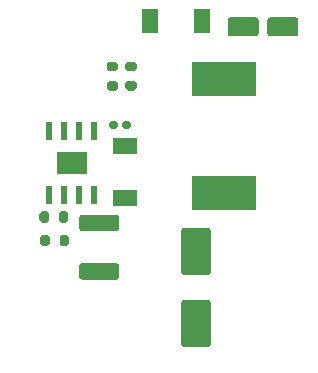
<source format=gtp>
G04 #@! TF.GenerationSoftware,KiCad,Pcbnew,5.1.10-88a1d61d58~90~ubuntu20.04.1*
G04 #@! TF.CreationDate,2021-10-22T15:45:46-05:00*
G04 #@! TF.ProjectId,power-share,706f7765-722d-4736-9861-72652e6b6963,rev?*
G04 #@! TF.SameCoordinates,Original*
G04 #@! TF.FileFunction,Paste,Top*
G04 #@! TF.FilePolarity,Positive*
%FSLAX46Y46*%
G04 Gerber Fmt 4.6, Leading zero omitted, Abs format (unit mm)*
G04 Created by KiCad (PCBNEW 5.1.10-88a1d61d58~90~ubuntu20.04.1) date 2021-10-22 15:45:46*
%MOMM*%
%LPD*%
G01*
G04 APERTURE LIST*
%ADD10R,2.600000X1.910000*%
%ADD11R,0.600000X1.550000*%
%ADD12R,5.400000X2.900000*%
%ADD13R,1.400000X2.100000*%
%ADD14R,2.100000X1.400000*%
G04 APERTURE END LIST*
D10*
X89000000Y-118500000D03*
D11*
X87095000Y-115800000D03*
X87095000Y-121200000D03*
X88365000Y-115800000D03*
X88365000Y-121200000D03*
X89635000Y-115800000D03*
X89635000Y-121200000D03*
X90905000Y-115800000D03*
X90905000Y-121200000D03*
D12*
X101900000Y-121100000D03*
X101900000Y-111400000D03*
G36*
G01*
X92867500Y-115145000D02*
X92867500Y-115455000D01*
G75*
G02*
X92712500Y-115610000I-155000J0D01*
G01*
X92287500Y-115610000D01*
G75*
G02*
X92132500Y-115455000I0J155000D01*
G01*
X92132500Y-115145000D01*
G75*
G02*
X92287500Y-114990000I155000J0D01*
G01*
X92712500Y-114990000D01*
G75*
G02*
X92867500Y-115145000I0J-155000D01*
G01*
G37*
G36*
G01*
X94002500Y-115145000D02*
X94002500Y-115455000D01*
G75*
G02*
X93847500Y-115610000I-155000J0D01*
G01*
X93422500Y-115610000D01*
G75*
G02*
X93267500Y-115455000I0J155000D01*
G01*
X93267500Y-115145000D01*
G75*
G02*
X93422500Y-114990000I155000J0D01*
G01*
X93847500Y-114990000D01*
G75*
G02*
X94002500Y-115145000I0J-155000D01*
G01*
G37*
G36*
G01*
X89849999Y-127000000D02*
X92750001Y-127000000D01*
G75*
G02*
X93000000Y-127249999I0J-249999D01*
G01*
X93000000Y-128150001D01*
G75*
G02*
X92750001Y-128400000I-249999J0D01*
G01*
X89849999Y-128400000D01*
G75*
G02*
X89600000Y-128150001I0J249999D01*
G01*
X89600000Y-127249999D01*
G75*
G02*
X89849999Y-127000000I249999J0D01*
G01*
G37*
G36*
G01*
X89849999Y-122900000D02*
X92750001Y-122900000D01*
G75*
G02*
X93000000Y-123149999I0J-249999D01*
G01*
X93000000Y-124050001D01*
G75*
G02*
X92750001Y-124300000I-249999J0D01*
G01*
X89849999Y-124300000D01*
G75*
G02*
X89600000Y-124050001I0J249999D01*
G01*
X89600000Y-123149999D01*
G75*
G02*
X89849999Y-122900000I249999J0D01*
G01*
G37*
G36*
G01*
X98500000Y-130100000D02*
X100500000Y-130100000D01*
G75*
G02*
X100750000Y-130350000I0J-250000D01*
G01*
X100750000Y-133850000D01*
G75*
G02*
X100500000Y-134100000I-250000J0D01*
G01*
X98500000Y-134100000D01*
G75*
G02*
X98250000Y-133850000I0J250000D01*
G01*
X98250000Y-130350000D01*
G75*
G02*
X98500000Y-130100000I250000J0D01*
G01*
G37*
G36*
G01*
X98500000Y-124000000D02*
X100500000Y-124000000D01*
G75*
G02*
X100750000Y-124250000I0J-250000D01*
G01*
X100750000Y-127750000D01*
G75*
G02*
X100500000Y-128000000I-250000J0D01*
G01*
X98500000Y-128000000D01*
G75*
G02*
X98250000Y-127750000I0J250000D01*
G01*
X98250000Y-124250000D01*
G75*
G02*
X98500000Y-124000000I250000J0D01*
G01*
G37*
G36*
G01*
X92675000Y-110750000D02*
X92125000Y-110750000D01*
G75*
G02*
X91925000Y-110550000I0J200000D01*
G01*
X91925000Y-110150000D01*
G75*
G02*
X92125000Y-109950000I200000J0D01*
G01*
X92675000Y-109950000D01*
G75*
G02*
X92875000Y-110150000I0J-200000D01*
G01*
X92875000Y-110550000D01*
G75*
G02*
X92675000Y-110750000I-200000J0D01*
G01*
G37*
G36*
G01*
X92675000Y-112400000D02*
X92125000Y-112400000D01*
G75*
G02*
X91925000Y-112200000I0J200000D01*
G01*
X91925000Y-111800000D01*
G75*
G02*
X92125000Y-111600000I200000J0D01*
G01*
X92675000Y-111600000D01*
G75*
G02*
X92875000Y-111800000I0J-200000D01*
G01*
X92875000Y-112200000D01*
G75*
G02*
X92675000Y-112400000I-200000J0D01*
G01*
G37*
G36*
G01*
X93725000Y-111600000D02*
X94275000Y-111600000D01*
G75*
G02*
X94475000Y-111800000I0J-200000D01*
G01*
X94475000Y-112200000D01*
G75*
G02*
X94275000Y-112400000I-200000J0D01*
G01*
X93725000Y-112400000D01*
G75*
G02*
X93525000Y-112200000I0J200000D01*
G01*
X93525000Y-111800000D01*
G75*
G02*
X93725000Y-111600000I200000J0D01*
G01*
G37*
G36*
G01*
X93725000Y-109950000D02*
X94275000Y-109950000D01*
G75*
G02*
X94475000Y-110150000I0J-200000D01*
G01*
X94475000Y-110550000D01*
G75*
G02*
X94275000Y-110750000I-200000J0D01*
G01*
X93725000Y-110750000D01*
G75*
G02*
X93525000Y-110550000I0J200000D01*
G01*
X93525000Y-110150000D01*
G75*
G02*
X93725000Y-109950000I200000J0D01*
G01*
G37*
G36*
G01*
X87050000Y-122825000D02*
X87050000Y-123375000D01*
G75*
G02*
X86850000Y-123575000I-200000J0D01*
G01*
X86450000Y-123575000D01*
G75*
G02*
X86250000Y-123375000I0J200000D01*
G01*
X86250000Y-122825000D01*
G75*
G02*
X86450000Y-122625000I200000J0D01*
G01*
X86850000Y-122625000D01*
G75*
G02*
X87050000Y-122825000I0J-200000D01*
G01*
G37*
G36*
G01*
X88700000Y-122825000D02*
X88700000Y-123375000D01*
G75*
G02*
X88500000Y-123575000I-200000J0D01*
G01*
X88100000Y-123575000D01*
G75*
G02*
X87900000Y-123375000I0J200000D01*
G01*
X87900000Y-122825000D01*
G75*
G02*
X88100000Y-122625000I200000J0D01*
G01*
X88500000Y-122625000D01*
G75*
G02*
X88700000Y-122825000I0J-200000D01*
G01*
G37*
G36*
G01*
X87100000Y-124825000D02*
X87100000Y-125375000D01*
G75*
G02*
X86900000Y-125575000I-200000J0D01*
G01*
X86500000Y-125575000D01*
G75*
G02*
X86300000Y-125375000I0J200000D01*
G01*
X86300000Y-124825000D01*
G75*
G02*
X86500000Y-124625000I200000J0D01*
G01*
X86900000Y-124625000D01*
G75*
G02*
X87100000Y-124825000I0J-200000D01*
G01*
G37*
G36*
G01*
X88750000Y-124825000D02*
X88750000Y-125375000D01*
G75*
G02*
X88550000Y-125575000I-200000J0D01*
G01*
X88150000Y-125575000D01*
G75*
G02*
X87950000Y-125375000I0J200000D01*
G01*
X87950000Y-124825000D01*
G75*
G02*
X88150000Y-124625000I200000J0D01*
G01*
X88550000Y-124625000D01*
G75*
G02*
X88750000Y-124825000I0J-200000D01*
G01*
G37*
D13*
X100000000Y-106500000D03*
X95600000Y-106500000D03*
D14*
X93500000Y-117100000D03*
X93500000Y-121500000D03*
G36*
G01*
X105525000Y-107550000D02*
X105525000Y-106450000D01*
G75*
G02*
X105775000Y-106200000I250000J0D01*
G01*
X107925000Y-106200000D01*
G75*
G02*
X108175000Y-106450000I0J-250000D01*
G01*
X108175000Y-107550000D01*
G75*
G02*
X107925000Y-107800000I-250000J0D01*
G01*
X105775000Y-107800000D01*
G75*
G02*
X105525000Y-107550000I0J250000D01*
G01*
G37*
G36*
G01*
X102175000Y-107550000D02*
X102175000Y-106450000D01*
G75*
G02*
X102425000Y-106200000I250000J0D01*
G01*
X104575000Y-106200000D01*
G75*
G02*
X104825000Y-106450000I0J-250000D01*
G01*
X104825000Y-107550000D01*
G75*
G02*
X104575000Y-107800000I-250000J0D01*
G01*
X102425000Y-107800000D01*
G75*
G02*
X102175000Y-107550000I0J250000D01*
G01*
G37*
M02*

</source>
